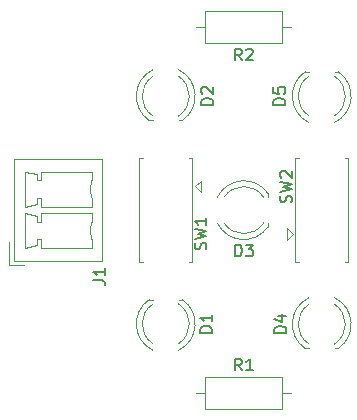
<source format=gbr>
%TF.GenerationSoftware,KiCad,Pcbnew,(6.0.11)*%
%TF.CreationDate,2023-02-04T12:58:05-05:00*%
%TF.ProjectId,h_bridge,685f6272-6964-4676-952e-6b696361645f,rev?*%
%TF.SameCoordinates,Original*%
%TF.FileFunction,Legend,Top*%
%TF.FilePolarity,Positive*%
%FSLAX46Y46*%
G04 Gerber Fmt 4.6, Leading zero omitted, Abs format (unit mm)*
G04 Created by KiCad (PCBNEW (6.0.11)) date 2023-02-04 12:58:05*
%MOMM*%
%LPD*%
G01*
G04 APERTURE LIST*
%ADD10C,0.150000*%
%ADD11C,0.120000*%
G04 APERTURE END LIST*
D10*
%TO.C,SW2*%
X140162761Y-103991333D02*
X140210380Y-103848476D01*
X140210380Y-103610380D01*
X140162761Y-103515142D01*
X140115142Y-103467523D01*
X140019904Y-103419904D01*
X139924666Y-103419904D01*
X139829428Y-103467523D01*
X139781809Y-103515142D01*
X139734190Y-103610380D01*
X139686571Y-103800857D01*
X139638952Y-103896095D01*
X139591333Y-103943714D01*
X139496095Y-103991333D01*
X139400857Y-103991333D01*
X139305619Y-103943714D01*
X139258000Y-103896095D01*
X139210380Y-103800857D01*
X139210380Y-103562761D01*
X139258000Y-103419904D01*
X139210380Y-103086571D02*
X140210380Y-102848476D01*
X139496095Y-102658000D01*
X140210380Y-102467523D01*
X139210380Y-102229428D01*
X139305619Y-101896095D02*
X139258000Y-101848476D01*
X139210380Y-101753238D01*
X139210380Y-101515142D01*
X139258000Y-101419904D01*
X139305619Y-101372285D01*
X139400857Y-101324666D01*
X139496095Y-101324666D01*
X139638952Y-101372285D01*
X140210380Y-101943714D01*
X140210380Y-101324666D01*
%TO.C,SW1*%
X132934761Y-107971333D02*
X132982380Y-107828476D01*
X132982380Y-107590380D01*
X132934761Y-107495142D01*
X132887142Y-107447523D01*
X132791904Y-107399904D01*
X132696666Y-107399904D01*
X132601428Y-107447523D01*
X132553809Y-107495142D01*
X132506190Y-107590380D01*
X132458571Y-107780857D01*
X132410952Y-107876095D01*
X132363333Y-107923714D01*
X132268095Y-107971333D01*
X132172857Y-107971333D01*
X132077619Y-107923714D01*
X132030000Y-107876095D01*
X131982380Y-107780857D01*
X131982380Y-107542761D01*
X132030000Y-107399904D01*
X131982380Y-107066571D02*
X132982380Y-106828476D01*
X132268095Y-106638000D01*
X132982380Y-106447523D01*
X131982380Y-106209428D01*
X132982380Y-105304666D02*
X132982380Y-105876095D01*
X132982380Y-105590380D02*
X131982380Y-105590380D01*
X132125238Y-105685619D01*
X132220476Y-105780857D01*
X132268095Y-105876095D01*
%TO.C,R2*%
X135977333Y-91976380D02*
X135644000Y-91500190D01*
X135405904Y-91976380D02*
X135405904Y-90976380D01*
X135786857Y-90976380D01*
X135882095Y-91024000D01*
X135929714Y-91071619D01*
X135977333Y-91166857D01*
X135977333Y-91309714D01*
X135929714Y-91404952D01*
X135882095Y-91452571D01*
X135786857Y-91500190D01*
X135405904Y-91500190D01*
X136358285Y-91071619D02*
X136405904Y-91024000D01*
X136501142Y-90976380D01*
X136739238Y-90976380D01*
X136834476Y-91024000D01*
X136882095Y-91071619D01*
X136929714Y-91166857D01*
X136929714Y-91262095D01*
X136882095Y-91404952D01*
X136310666Y-91976380D01*
X136929714Y-91976380D01*
%TO.C,R1*%
X135977333Y-118224380D02*
X135644000Y-117748190D01*
X135405904Y-118224380D02*
X135405904Y-117224380D01*
X135786857Y-117224380D01*
X135882095Y-117272000D01*
X135929714Y-117319619D01*
X135977333Y-117414857D01*
X135977333Y-117557714D01*
X135929714Y-117652952D01*
X135882095Y-117700571D01*
X135786857Y-117748190D01*
X135405904Y-117748190D01*
X136929714Y-118224380D02*
X136358285Y-118224380D01*
X136644000Y-118224380D02*
X136644000Y-117224380D01*
X136548761Y-117367238D01*
X136453523Y-117462476D01*
X136358285Y-117510095D01*
%TO.C,J1*%
X123404380Y-110569333D02*
X124118666Y-110569333D01*
X124261523Y-110616952D01*
X124356761Y-110712190D01*
X124404380Y-110855047D01*
X124404380Y-110950285D01*
X124404380Y-109569333D02*
X124404380Y-110140761D01*
X124404380Y-109855047D02*
X123404380Y-109855047D01*
X123547238Y-109950285D01*
X123642476Y-110045523D01*
X123690095Y-110140761D01*
%TO.C,D5*%
X139644380Y-95729095D02*
X138644380Y-95729095D01*
X138644380Y-95491000D01*
X138692000Y-95348142D01*
X138787238Y-95252904D01*
X138882476Y-95205285D01*
X139072952Y-95157666D01*
X139215809Y-95157666D01*
X139406285Y-95205285D01*
X139501523Y-95252904D01*
X139596761Y-95348142D01*
X139644380Y-95491000D01*
X139644380Y-95729095D01*
X138644380Y-94252904D02*
X138644380Y-94729095D01*
X139120571Y-94776714D01*
X139072952Y-94729095D01*
X139025333Y-94633857D01*
X139025333Y-94395761D01*
X139072952Y-94300523D01*
X139120571Y-94252904D01*
X139215809Y-94205285D01*
X139453904Y-94205285D01*
X139549142Y-94252904D01*
X139596761Y-94300523D01*
X139644380Y-94395761D01*
X139644380Y-94633857D01*
X139596761Y-94729095D01*
X139549142Y-94776714D01*
%TO.C,D4*%
X139740380Y-115043095D02*
X138740380Y-115043095D01*
X138740380Y-114805000D01*
X138788000Y-114662142D01*
X138883238Y-114566904D01*
X138978476Y-114519285D01*
X139168952Y-114471666D01*
X139311809Y-114471666D01*
X139502285Y-114519285D01*
X139597523Y-114566904D01*
X139692761Y-114662142D01*
X139740380Y-114805000D01*
X139740380Y-115043095D01*
X139073714Y-113614523D02*
X139740380Y-113614523D01*
X138692761Y-113852619D02*
X139407047Y-114090714D01*
X139407047Y-113471666D01*
%TO.C,D3*%
X135410904Y-108560380D02*
X135410904Y-107560380D01*
X135649000Y-107560380D01*
X135791857Y-107608000D01*
X135887095Y-107703238D01*
X135934714Y-107798476D01*
X135982333Y-107988952D01*
X135982333Y-108131809D01*
X135934714Y-108322285D01*
X135887095Y-108417523D01*
X135791857Y-108512761D01*
X135649000Y-108560380D01*
X135410904Y-108560380D01*
X136315666Y-107560380D02*
X136934714Y-107560380D01*
X136601380Y-107941333D01*
X136744238Y-107941333D01*
X136839476Y-107988952D01*
X136887095Y-108036571D01*
X136934714Y-108131809D01*
X136934714Y-108369904D01*
X136887095Y-108465142D01*
X136839476Y-108512761D01*
X136744238Y-108560380D01*
X136458523Y-108560380D01*
X136363285Y-108512761D01*
X136315666Y-108465142D01*
%TO.C,D2*%
X133548380Y-95739666D02*
X132548380Y-95739666D01*
X132548380Y-95501571D01*
X132596000Y-95358713D01*
X132691238Y-95263475D01*
X132786476Y-95215856D01*
X132976952Y-95168237D01*
X133119809Y-95168237D01*
X133310285Y-95215856D01*
X133405523Y-95263475D01*
X133500761Y-95358713D01*
X133548380Y-95501571D01*
X133548380Y-95739666D01*
X132643619Y-94787285D02*
X132596000Y-94739666D01*
X132548380Y-94644428D01*
X132548380Y-94406332D01*
X132596000Y-94311094D01*
X132643619Y-94263475D01*
X132738857Y-94215856D01*
X132834095Y-94215856D01*
X132976952Y-94263475D01*
X133548380Y-94834904D01*
X133548380Y-94215856D01*
%TO.C,D1*%
X133452380Y-115018095D02*
X132452380Y-115018095D01*
X132452380Y-114780000D01*
X132500000Y-114637142D01*
X132595238Y-114541904D01*
X132690476Y-114494285D01*
X132880952Y-114446666D01*
X133023809Y-114446666D01*
X133214285Y-114494285D01*
X133309523Y-114541904D01*
X133404761Y-114637142D01*
X133452380Y-114780000D01*
X133452380Y-115018095D01*
X133452380Y-113494285D02*
X133452380Y-114065714D01*
X133452380Y-113780000D02*
X132452380Y-113780000D01*
X132595238Y-113875238D01*
X132690476Y-113970476D01*
X132738095Y-114065714D01*
D11*
%TO.C,SW2*%
X140798000Y-109058000D02*
X140488000Y-109058000D01*
X140288000Y-106648000D02*
X139788000Y-106148000D01*
X139788000Y-106148000D02*
X139788000Y-107148000D01*
X145008000Y-109058000D02*
X144698000Y-109058000D01*
X139788000Y-107148000D02*
X140288000Y-106648000D01*
X145008000Y-100238000D02*
X144698000Y-100238000D01*
X140488000Y-100238000D02*
X140798000Y-100238000D01*
X145008000Y-100238000D02*
X145008000Y-109058000D01*
X140488000Y-109058000D02*
X140488000Y-100238000D01*
%TO.C,SW1*%
X131800000Y-100238000D02*
X131800000Y-109058000D01*
X127280000Y-109058000D02*
X127280000Y-100238000D01*
X131800000Y-109058000D02*
X131490000Y-109058000D01*
X127280000Y-109058000D02*
X127590000Y-109058000D01*
X132500000Y-102148000D02*
X132000000Y-102648000D01*
X127280000Y-100238000D02*
X127590000Y-100238000D01*
X132500000Y-103148000D02*
X132500000Y-102148000D01*
X132000000Y-102648000D02*
X132500000Y-103148000D01*
X131490000Y-100238000D02*
X131800000Y-100238000D01*
%TO.C,R2*%
X132874000Y-90524000D02*
X139414000Y-90524000D01*
X139414000Y-87784000D02*
X132874000Y-87784000D01*
X132874000Y-87784000D02*
X132874000Y-90524000D01*
X139414000Y-90524000D02*
X139414000Y-87784000D01*
X140184000Y-89154000D02*
X139414000Y-89154000D01*
X132104000Y-89154000D02*
X132874000Y-89154000D01*
%TO.C,R1*%
X140184000Y-120142000D02*
X139414000Y-120142000D01*
X132104000Y-120142000D02*
X132874000Y-120142000D01*
X132874000Y-118772000D02*
X132874000Y-121512000D01*
X139414000Y-121512000D02*
X139414000Y-118772000D01*
X132874000Y-121512000D02*
X139414000Y-121512000D01*
X139414000Y-118772000D02*
X132874000Y-118772000D01*
%TO.C,J1*%
X123288345Y-102130853D02*
G75*
G03*
X123288500Y-103630500I1700155J-749647D01*
G01*
X123288345Y-105630853D02*
G75*
G03*
X123288500Y-107130500I1700155J-749647D01*
G01*
X123288500Y-107880500D02*
X118988500Y-107880500D01*
X118638500Y-101630500D02*
X118638500Y-102130500D01*
X117638500Y-104380500D02*
X117638500Y-101380500D01*
X118988500Y-104880500D02*
X123288500Y-104880500D01*
X118988500Y-102130500D02*
X118988500Y-101380500D01*
X117638500Y-107880500D02*
X117638500Y-104880500D01*
X118638500Y-104130500D02*
X117638500Y-104380500D01*
X124148500Y-108940500D02*
X124148500Y-100320500D01*
X118638500Y-102130500D02*
X118988500Y-102130500D01*
X118638500Y-103630500D02*
X118638500Y-104130500D01*
X116288500Y-109330500D02*
X116288500Y-107330500D01*
X123288500Y-104380500D02*
X118988500Y-104380500D01*
X117638500Y-104880500D02*
X118638500Y-105130500D01*
X118638500Y-107130500D02*
X118638500Y-107630500D01*
X118988500Y-103630500D02*
X118638500Y-103630500D01*
X123288500Y-101380500D02*
X123288500Y-102130500D01*
X118988500Y-107130500D02*
X118638500Y-107130500D01*
X118988500Y-101380500D02*
X123288500Y-101380500D01*
X123288500Y-104880500D02*
X123288500Y-105630500D01*
X123288500Y-107130500D02*
X123288500Y-107880500D01*
X117638500Y-101380500D02*
X118638500Y-101630500D01*
X116678500Y-108940500D02*
X124148500Y-108940500D01*
X118638500Y-105630500D02*
X118988500Y-105630500D01*
X117538500Y-109330500D02*
X116288500Y-109330500D01*
X123288500Y-103630500D02*
X123288500Y-104380500D01*
X118638500Y-105130500D02*
X118638500Y-105630500D01*
X118638500Y-107630500D02*
X117638500Y-107880500D01*
X118988500Y-105630500D02*
X118988500Y-104880500D01*
X118988500Y-107880500D02*
X118988500Y-107130500D01*
X118988500Y-104380500D02*
X118988500Y-103630500D01*
X124148500Y-100320500D02*
X116678500Y-100320500D01*
X116678500Y-100320500D02*
X116678500Y-108940500D01*
%TO.C,D5*%
X144147000Y-92931000D02*
X143828000Y-92931000D01*
X141668000Y-92931000D02*
X141349000Y-92931000D01*
X143828961Y-96673713D02*
G75*
G03*
X143828000Y-93307670I-1080961J1682713D01*
G01*
X143828724Y-97234242D02*
G75*
G03*
X144146749Y-92931000I-1080724J2243242D01*
G01*
X141668000Y-93307670D02*
G75*
G03*
X141667039Y-96673713I1080000J-1683330D01*
G01*
X141349251Y-92931000D02*
G75*
G03*
X141667276Y-97234242I1398749J-2060000D01*
G01*
%TO.C,D4*%
X144146749Y-116365000D02*
G75*
G03*
X143828724Y-112061758I-1398749J2060000D01*
G01*
X143828000Y-115988330D02*
G75*
G03*
X143828961Y-112622287I-1080000J1683330D01*
G01*
X141667276Y-112061758D02*
G75*
G03*
X141349251Y-116365000I1080724J-2243242D01*
G01*
X141667039Y-112622287D02*
G75*
G03*
X141668000Y-115988330I1080961J-1682713D01*
G01*
X143828000Y-116365000D02*
X144147000Y-116365000D01*
X141349000Y-116365000D02*
X141668000Y-116365000D01*
%TO.C,D3*%
X138209000Y-106047000D02*
X138209000Y-105728000D01*
X138209000Y-103568000D02*
X138209000Y-103249000D01*
X134466287Y-105728961D02*
G75*
G03*
X137832330Y-105728000I1682713J1080961D01*
G01*
X133905758Y-105728724D02*
G75*
G03*
X138209000Y-106046749I2243242J1080724D01*
G01*
X137832330Y-103568000D02*
G75*
G03*
X134466287Y-103567039I-1683330J-1080000D01*
G01*
X138209000Y-103249251D02*
G75*
G03*
X133905758Y-103567276I-2060000J-1398749D01*
G01*
%TO.C,D2*%
X130938749Y-97061000D02*
G75*
G03*
X130620724Y-92757758I-1398749J2060000D01*
G01*
X130620000Y-96684330D02*
G75*
G03*
X130620961Y-93318287I-1080000J1683330D01*
G01*
X128459276Y-92757758D02*
G75*
G03*
X128141251Y-97061000I1080724J-2243242D01*
G01*
X128459039Y-93318287D02*
G75*
G03*
X128460000Y-96684330I1080961J-1682713D01*
G01*
X130620000Y-97061000D02*
X130939000Y-97061000D01*
X128141000Y-97061000D02*
X128460000Y-97061000D01*
%TO.C,D1*%
X128141251Y-112220000D02*
G75*
G03*
X128459276Y-116523242I1398749J-2060000D01*
G01*
X128460000Y-112596670D02*
G75*
G03*
X128459039Y-115962713I1080000J-1683330D01*
G01*
X130620724Y-116523242D02*
G75*
G03*
X130938749Y-112220000I-1080724J2243242D01*
G01*
X130620961Y-115962713D02*
G75*
G03*
X130620000Y-112596670I-1080961J1682713D01*
G01*
X128460000Y-112220000D02*
X128141000Y-112220000D01*
X130939000Y-112220000D02*
X130620000Y-112220000D01*
%TD*%
M02*

</source>
